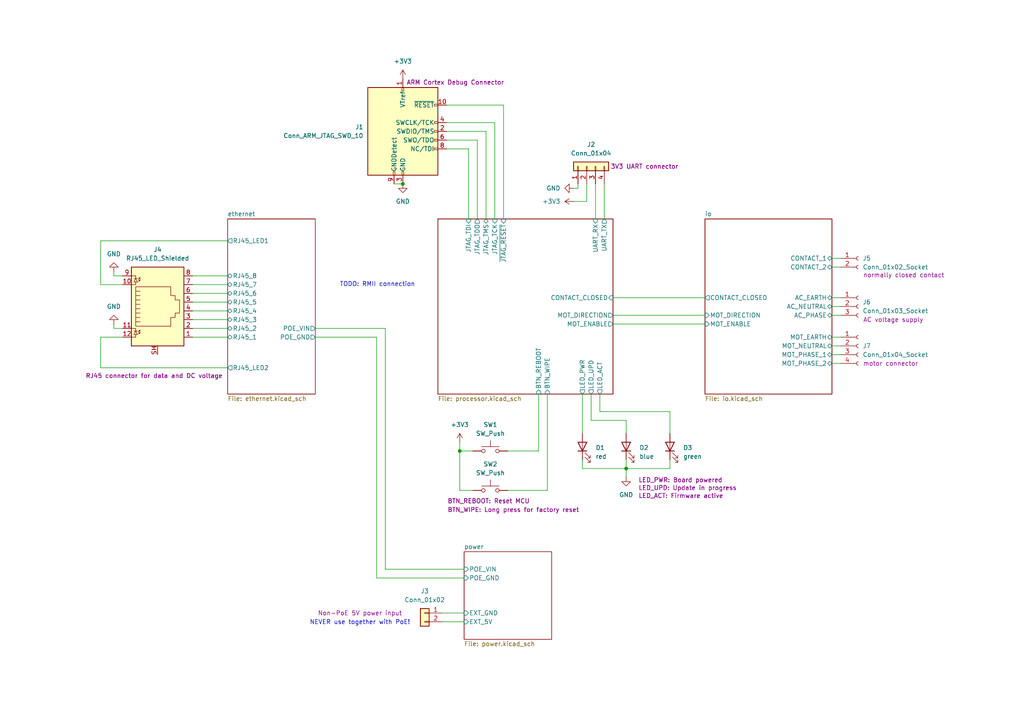
<source format=kicad_sch>
(kicad_sch (version 20231120) (generator "eeschema") (generator_version "8.0")
  (paper "A4")
  (title_block (title "iot-contact"))
  (lib_symbols
    (symbol "Connector:Conn_01x02_Socket" (pin_names (offset 1.016) hide)
      (property "Reference" "J" (at 0 2.54 0))
      (property "Value" "Conn_01x02_Socket" (at 0 -5.08 0))
      (symbol "Conn_01x02_Socket_1_1"
        (arc (start 0 -2.032) (mid -0.5058 -2.54) (end 0 -3.048) (stroke (width 0.1524)))
        (polyline (pts (xy -1.27 -2.54) (xy -0.508 -2.54)) (stroke (width 0.1524)))
        (polyline (pts (xy -1.27 0) (xy -0.508 0)) (stroke (width 0.1524)))
        (arc (start 0 0.508) (mid -0.5058 0) (end 0 -0.508) (stroke (width 0.1524)))
        (pin passive line (at -5.08 0 0) (length 3.81) (name "Pin_1") (number "1"))
        (pin passive line (at -5.08 -2.54 0) (length 3.81) (name "Pin_2") (number "2"))
      )
    )
    (symbol "Connector:Conn_01x03_Socket" (pin_names (offset 1.016) hide)
      (property "Reference" "J" (at 0 5.08 0))
      (property "Value" "Conn_01x03_Socket" (at 0 -5.08 0))
      (symbol "Conn_01x03_Socket_1_1"
        (arc (start 0 -2.032) (mid -0.5058 -2.54) (end 0 -3.048) (stroke (width 0.1524)))
        (polyline (pts (xy -1.27 -2.54) (xy -0.508 -2.54)) (stroke (width 0.1524)))
        (polyline (pts (xy -1.27 0) (xy -0.508 0)) (stroke (width 0.1524)))
        (polyline (pts (xy -1.27 2.54) (xy -0.508 2.54)) (stroke (width 0.1524)))
        (arc (start 0 0.508) (mid -0.5058 0) (end 0 -0.508) (stroke (width 0.1524)))
        (arc (start 0 3.048) (mid -0.5058 2.54) (end 0 2.032) (stroke (width 0.1524)))
        (pin passive line (at -5.08 2.54 0) (length 3.81) (name "Pin_1") (number "1"))
        (pin passive line (at -5.08 0 0) (length 3.81) (name "Pin_2") (number "2"))
        (pin passive line (at -5.08 -2.54 0) (length 3.81) (name "Pin_3") (number "3"))
      )
    )
    (symbol "Connector:Conn_01x04_Socket" (pin_names (offset 1.016) hide)
      (property "Reference" "J" (at 0 5.08 0))
      (property "Value" "Conn_01x04_Socket" (at 0 -7.62 0))
      (symbol "Conn_01x04_Socket_1_1"
        (arc (start 0 -4.572) (mid -0.5058 -5.08) (end 0 -5.588) (stroke (width 0.1524)))
        (arc (start 0 -2.032) (mid -0.5058 -2.54) (end 0 -3.048) (stroke (width 0.1524)))
        (polyline (pts (xy -1.27 -5.08) (xy -0.508 -5.08)) (stroke (width 0.1524)))
        (polyline (pts (xy -1.27 -2.54) (xy -0.508 -2.54)) (stroke (width 0.1524)))
        (polyline (pts (xy -1.27 0) (xy -0.508 0)) (stroke (width 0.1524)))
        (polyline (pts (xy -1.27 2.54) (xy -0.508 2.54)) (stroke (width 0.1524)))
        (arc (start 0 0.508) (mid -0.5058 0) (end 0 -0.508) (stroke (width 0.1524)))
        (arc (start 0 3.048) (mid -0.5058 2.54) (end 0 2.032) (stroke (width 0.1524)))
        (pin passive line (at -5.08 2.54 0) (length 3.81) (name "Pin_1") (number "1"))
        (pin passive line (at -5.08 0 0) (length 3.81) (name "Pin_2") (number "2"))
        (pin passive line (at -5.08 -2.54 0) (length 3.81) (name "Pin_3") (number "3"))
        (pin passive line (at -5.08 -5.08 0) (length 3.81) (name "Pin_4") (number "4"))
      )
    )
    (symbol "Connector:Conn_ARM_JTAG_SWD_10" (pin_names (offset 1.016))
      (property "Reference" "J" (at -2.54 16.51 0))
      (property "Value" "Conn_ARM_JTAG_SWD_10" (at -2.54 13.97 0))
      (symbol "Conn_ARM_JTAG_SWD_10_0_1"
        (rectangle (start -10.16 12.7) (end 10.16 -12.7) (stroke (width 0.254)) (fill (type background)))
        (rectangle (start -2.794 -12.7) (end -2.286 -11.684))
        (rectangle (start -0.254 -12.7) (end 0.254 -11.684))
        (rectangle (start -0.254 12.7) (end 0.254 11.684))
        (rectangle (start 9.144 2.286) (end 10.16 2.794))
        (rectangle (start 10.16 -2.794) (end 9.144 -2.286))
        (rectangle (start 10.16 -0.254) (end 9.144 0.254))
        (rectangle (start 10.16 7.874) (end 9.144 7.366))
      )
      (symbol "Conn_ARM_JTAG_SWD_10_1_1"
        (rectangle (start 9.144 -5.334) (end 10.16 -4.826))
        (pin power_in line (at 0 15.24 270) (length 2.54) (name "VTref") (number "1"))
        (pin open_collector line (at 12.7 7.62 180) (length 2.54) (name "~{RESET}") (number "10"))
        (pin bidirectional line (at 12.7 0 180) (length 2.54) (name "SWDIO/TMS") (number "2"))
        (pin power_in line (at 0 -15.24 90) (length 2.54) (name "GND") (number "3"))
        (pin output line (at 12.7 2.54 180) (length 2.54) (name "SWCLK/TCK") (number "4"))
        (pin passive line (at 0 -15.24 90) (length 2.54) hide (name "GND") (number "5"))
        (pin input line (at 12.7 -2.54 180) (length 2.54) (name "SWO/TDO") (number "6"))
        (pin no_connect line (at -10.16 0 0) (length 2.54) hide (name "KEY") (number "7"))
        (pin output line (at 12.7 -5.08 180) (length 2.54) (name "NC/TDI") (number "8"))
        (pin passive line (at -2.54 -15.24 90) (length 2.54) (name "GNDDetect") (number "9"))
      )
    )
    (symbol "Connector:RJ45_LED_Shielded" (pin_names (offset 1.016))
      (property "Reference" "J" (at -5.08 13.97 0))
      (property "Value" "RJ45_LED_Shielded" (at 1.27 13.97 0))
      (symbol "RJ45_LED_Shielded_0_1"
        (polyline (pts (xy -7.62 -7.62) (xy -6.35 -7.62)))
        (polyline (pts (xy -7.62 -5.08) (xy -6.35 -5.08)))
        (polyline (pts (xy -7.62 7.62) (xy -6.35 7.62)))
        (polyline (pts (xy -7.62 10.16) (xy -6.35 10.16)))
        (polyline (pts (xy -6.858 -5.842) (xy -5.842 -5.842)))
        (polyline (pts (xy -6.858 9.398) (xy -5.842 9.398)))
        (polyline (pts (xy -6.35 -7.62) (xy -6.35 -6.858)))
        (polyline (pts (xy -6.35 -5.08) (xy -6.35 -5.842)))
        (polyline (pts (xy -6.35 7.62) (xy -6.35 8.382)))
        (polyline (pts (xy -6.35 10.16) (xy -6.35 9.398)))
        (polyline (pts (xy -5.08 -6.223) (xy -5.207 -6.604)))
        (polyline (pts (xy -5.08 -5.588) (xy -5.207 -5.969)))
        (polyline (pts (xy -5.08 4.445) (xy -6.35 4.445)))
        (polyline (pts (xy -5.08 5.715) (xy -6.35 5.715)))
        (polyline (pts (xy -5.08 9.017) (xy -5.207 8.636)))
        (polyline (pts (xy -5.08 9.652) (xy -5.207 9.271)))
        (polyline (pts (xy -6.35 -3.175) (xy -5.08 -3.175) (xy -5.08 -3.175)))
        (polyline (pts (xy -6.35 -1.905) (xy -5.08 -1.905) (xy -5.08 -1.905)))
        (polyline (pts (xy -6.35 -0.635) (xy -5.08 -0.635) (xy -5.08 -0.635)))
        (polyline (pts (xy -6.35 0.635) (xy -5.08 0.635) (xy -5.08 0.635)))
        (polyline (pts (xy -6.35 1.905) (xy -5.08 1.905) (xy -5.08 1.905)))
        (polyline (pts (xy -5.588 -6.731) (xy -5.08 -6.223) (xy -5.461 -6.35)))
        (polyline (pts (xy -5.588 -6.096) (xy -5.08 -5.588) (xy -5.461 -5.715)))
        (polyline (pts (xy -5.588 8.509) (xy -5.08 9.017) (xy -5.461 8.89)))
        (polyline (pts (xy -5.588 9.144) (xy -5.08 9.652) (xy -5.461 9.525)))
        (polyline (pts (xy -5.08 3.175) (xy -6.35 3.175) (xy -6.35 3.175)))
        (polyline (pts (xy -6.35 -5.842) (xy -6.858 -6.858) (xy -5.842 -6.858) (xy -6.35 -5.842)))
        (polyline (pts (xy -6.35 9.398) (xy -6.858 8.382) (xy -5.842 8.382) (xy -6.35 9.398)))
        (polyline (pts (xy -6.35 -4.445) (xy -6.35 6.985) (xy 3.81 6.985) (xy 3.81 4.445) (xy 5.08 4.445) (xy 5.08 3.175) (xy 6.35 3.175) (xy 6.35 -0.635) (xy 5.08 -0.635) (xy 5.08 -1.905) (xy 3.81 -1.905) (xy 3.81 -4.445) (xy -6.35 -4.445) (xy -6.35 -4.445)))
        (rectangle (start 7.62 12.7) (end -7.62 -10.16) (stroke (width 0.254)) (fill (type background)))
      )
      (symbol "RJ45_LED_Shielded_1_1"
        (pin passive line (at 10.16 -7.62 180) (length 2.54) (name "~") (number "1"))
        (pin passive line (at -10.16 7.62 0) (length 2.54) (name "~") (number "10"))
        (pin passive line (at -10.16 -5.08 0) (length 2.54) (name "~") (number "11"))
        (pin passive line (at -10.16 -7.62 0) (length 2.54) (name "~") (number "12"))
        (pin passive line (at 10.16 -5.08 180) (length 2.54) (name "~") (number "2"))
        (pin passive line (at 10.16 -2.54 180) (length 2.54) (name "~") (number "3"))
        (pin passive line (at 10.16 0 180) (length 2.54) (name "~") (number "4"))
        (pin passive line (at 10.16 2.54 180) (length 2.54) (name "~") (number "5"))
        (pin passive line (at 10.16 5.08 180) (length 2.54) (name "~") (number "6"))
        (pin passive line (at 10.16 7.62 180) (length 2.54) (name "~") (number "7"))
        (pin passive line (at 10.16 10.16 180) (length 2.54) (name "~") (number "8"))
        (pin passive line (at -10.16 10.16 0) (length 2.54) (name "~") (number "9"))
        (pin passive line (at 0 -12.7 90) (length 2.54) (name "~") (number "SH"))
      )
    )
    (symbol "Connector_Generic:Conn_01x02" (pin_names (offset 1.016) hide)
      (property "Reference" "J" (at 0 2.54 0))
      (property "Value" "Conn_01x02" (at 0 -5.08 0))
      (symbol "Conn_01x02_1_1"
        (rectangle (start -1.27 -2.413) (end 0 -2.667) (stroke (width 0.1524)))
        (rectangle (start -1.27 0.127) (end 0 -0.127) (stroke (width 0.1524)))
        (rectangle (start -1.27 1.27) (end 1.27 -3.81) (stroke (width 0.254)) (fill (type background)))
        (pin passive line (at -5.08 0 0) (length 3.81) (name "Pin_1") (number "1"))
        (pin passive line (at -5.08 -2.54 0) (length 3.81) (name "Pin_2") (number "2"))
      )
    )
    (symbol "Connector_Generic:Conn_01x04" (pin_names (offset 1.016) hide)
      (property "Reference" "J" (at 0 5.08 0))
      (property "Value" "Conn_01x04" (at 0 -7.62 0))
      (symbol "Conn_01x04_1_1"
        (rectangle (start -1.27 -4.953) (end 0 -5.207) (stroke (width 0.1524)))
        (rectangle (start -1.27 -2.413) (end 0 -2.667) (stroke (width 0.1524)))
        (rectangle (start -1.27 0.127) (end 0 -0.127) (stroke (width 0.1524)))
        (rectangle (start -1.27 2.667) (end 0 2.413) (stroke (width 0.1524)))
        (rectangle (start -1.27 3.81) (end 1.27 -6.35) (stroke (width 0.254)) (fill (type background)))
        (pin passive line (at -5.08 2.54 0) (length 3.81) (name "Pin_1") (number "1"))
        (pin passive line (at -5.08 0 0) (length 3.81) (name "Pin_2") (number "2"))
        (pin passive line (at -5.08 -2.54 0) (length 3.81) (name "Pin_3") (number "3"))
        (pin passive line (at -5.08 -5.08 0) (length 3.81) (name "Pin_4") (number "4"))
      )
    )
    (symbol "Device:LED" (pin_numbers hide) (pin_names (offset 1.016) hide)
      (property "Reference" "D" (at 0 2.54 0))
      (property "Value" "LED" (at 0 -2.54 0))
      (symbol "LED_0_1"
        (polyline (pts (xy -1.27 -1.27) (xy -1.27 1.27)) (stroke (width 0.254)))
        (polyline (pts (xy -1.27 0) (xy 1.27 0)))
        (polyline (pts (xy 1.27 -1.27) (xy 1.27 1.27) (xy -1.27 0) (xy 1.27 -1.27)) (stroke (width 0.254)))
        (polyline (pts (xy -3.048 -0.762) (xy -4.572 -2.286) (xy -3.81 -2.286) (xy -4.572 -2.286) (xy -4.572 -1.524)))
        (polyline (pts (xy -1.778 -0.762) (xy -3.302 -2.286) (xy -2.54 -2.286) (xy -3.302 -2.286) (xy -3.302 -1.524)))
      )
      (symbol "LED_1_1"
        (pin passive line (at -3.81 0 0) (length 2.54) (name "K") (number "1"))
        (pin passive line (at 3.81 0 180) (length 2.54) (name "A") (number "2"))
      )
    )
    (symbol "Switch:SW_Push" (pin_numbers hide) (pin_names (offset 1.016) hide)
      (property "Reference" "SW" (at 1.27 2.54 0))
      (property "Value" "SW_Push" (at 0 -1.524 0))
      (symbol "SW_Push_0_1"
        (circle (center -2.032 0) (radius 0.508))
        (polyline (pts (xy 0 1.27) (xy 0 3.048)))
        (polyline (pts (xy 2.54 1.27) (xy -2.54 1.27)))
        (circle (center 2.032 0) (radius 0.508))
        (pin passive line (at -5.08 0 0) (length 2.54) (name "1") (number "1"))
        (pin passive line (at 5.08 0 180) (length 2.54) (name "2") (number "2"))
      )
    )
    (symbol "power:+3V3" (power) (pin_numbers hide) (pin_names (offset 0) hide)
      (property "Value" "+3V3" (at 0 3.556 0))
      (symbol "+3V3_0_1"
        (polyline (pts (xy -0.762 1.27) (xy 0 2.54)))
        (polyline (pts (xy 0 0) (xy 0 2.54)))
        (polyline (pts (xy 0 2.54) (xy 0.762 1.27)))
      )
      (symbol "+3V3_1_1"
        (pin power_in line (at 0 0 90) (length 0) (name "~") (number "1"))
      )
    )
    (symbol "power:GND" (power) (pin_numbers hide) (pin_names (offset 0) hide)
      (property "Value" "GND" (at 0 -3.81 0))
      (symbol "GND_0_1"
        (polyline (pts (xy 0 0) (xy 0 -1.27) (xy 1.27 -1.27) (xy 0 -2.54) (xy -1.27 -1.27) (xy 0 -1.27)))
      )
      (symbol "GND_1_1"
        (pin power_in line (at 0 0 270) (length 0) (name "~") (number "1"))
      )
    )
  )
  (junction (at 181.61 135.89))
  (junction (at 133.35 130.81))
  (junction (at 116.84 53.34))
  (wire (pts (xy 181.61 135.89) (xy 181.61 138.43)))
  (wire (pts (xy 138.43 40.64) (xy 138.43 63.5)))
  (wire (pts (xy 29.21 82.55) (xy 35.56 82.55)))
  (wire (pts (xy 181.61 133.35) (xy 181.61 135.89)))
  (wire (pts (xy 55.88 80.01) (xy 66.04 80.01)))
  (wire (pts (xy 33.02 80.01) (xy 35.56 80.01)))
  (wire (pts (xy 111.76 165.1) (xy 134.62 165.1)))
  (wire (pts (xy 241.3 102.87) (xy 243.84 102.87)))
  (wire (pts (xy 170.18 58.42) (xy 166.37 58.42)))
  (wire (pts (xy 109.22 97.79) (xy 109.22 167.64)))
  (wire (pts (xy 111.76 95.25) (xy 111.76 165.1)))
  (wire (pts (xy 129.54 35.56) (xy 143.51 35.56)))
  (wire (pts (xy 181.61 121.92) (xy 181.61 125.73)))
  (wire (pts (xy 177.8 86.36) (xy 204.47 86.36)))
  (wire (pts (xy 129.54 30.48) (xy 146.05 30.48)))
  (wire (pts (xy 146.05 30.48) (xy 146.05 63.5)))
  (wire (pts (xy 156.21 114.3) (xy 156.21 130.81)))
  (wire (pts (xy 133.35 130.81) (xy 133.35 142.24)))
  (wire (pts (xy 241.3 97.79) (xy 243.84 97.79)))
  (wire (pts (xy 158.75 114.3) (xy 158.75 142.24)))
  (wire (pts (xy 55.88 85.09) (xy 66.04 85.09)))
  (wire (pts (xy 168.91 135.89) (xy 181.61 135.89)))
  (wire (pts (xy 33.02 93.98) (xy 33.02 95.25)))
  (wire (pts (xy 114.3 53.34) (xy 116.84 53.34)))
  (wire (pts (xy 168.91 114.3) (xy 168.91 125.73)))
  (wire (pts (xy 173.99 114.3) (xy 173.99 119.38)))
  (wire (pts (xy 129.54 40.64) (xy 138.43 40.64)))
  (wire (pts (xy 137.16 142.24) (xy 133.35 142.24)))
  (wire (pts (xy 166.37 54.61) (xy 167.64 54.61)))
  (wire (pts (xy 170.18 53.34) (xy 170.18 58.42)))
  (wire (pts (xy 91.44 97.79) (xy 109.22 97.79)))
  (wire (pts (xy 133.35 130.81) (xy 133.35 128.27)))
  (wire (pts (xy 129.54 43.18) (xy 135.89 43.18)))
  (wire (pts (xy 241.3 74.93) (xy 243.84 74.93)))
  (wire (pts (xy 55.88 82.55) (xy 66.04 82.55)))
  (wire (pts (xy 241.3 91.44) (xy 243.84 91.44)))
  (wire (pts (xy 55.88 97.79) (xy 66.04 97.79)))
  (wire (pts (xy 167.64 54.61) (xy 167.64 53.34)))
  (wire (pts (xy 140.97 38.1) (xy 140.97 63.5)))
  (wire (pts (xy 33.02 78.74) (xy 33.02 80.01)))
  (wire (pts (xy 173.99 119.38) (xy 194.31 119.38)))
  (wire (pts (xy 194.31 119.38) (xy 194.31 125.73)))
  (wire (pts (xy 194.31 133.35) (xy 194.31 135.89)))
  (wire (pts (xy 177.8 91.44) (xy 204.47 91.44)))
  (wire (pts (xy 194.31 135.89) (xy 181.61 135.89)))
  (wire (pts (xy 29.21 97.79) (xy 35.56 97.79)))
  (wire (pts (xy 168.91 133.35) (xy 168.91 135.89)))
  (wire (pts (xy 158.75 142.24) (xy 147.32 142.24)))
  (wire (pts (xy 143.51 35.56) (xy 143.51 63.5)))
  (wire (pts (xy 172.72 53.34) (xy 172.72 63.5)))
  (wire (pts (xy 171.45 114.3) (xy 171.45 121.92)))
  (wire (pts (xy 55.88 87.63) (xy 66.04 87.63)))
  (wire (pts (xy 129.54 38.1) (xy 140.97 38.1)))
  (wire (pts (xy 241.3 88.9) (xy 243.84 88.9)))
  (wire (pts (xy 241.3 100.33) (xy 243.84 100.33)))
  (wire (pts (xy 135.89 43.18) (xy 135.89 63.5)))
  (wire (pts (xy 171.45 121.92) (xy 181.61 121.92)))
  (wire (pts (xy 55.88 95.25) (xy 66.04 95.25)))
  (wire (pts (xy 128.27 177.8) (xy 134.62 177.8)))
  (wire (pts (xy 137.16 130.81) (xy 133.35 130.81)))
  (wire (pts (xy 128.27 180.34) (xy 134.62 180.34)))
  (wire (pts (xy 177.8 93.98) (xy 204.47 93.98)))
  (wire (pts (xy 175.26 53.34) (xy 175.26 63.5)))
  (wire (pts (xy 241.3 77.47) (xy 243.84 77.47)))
  (wire (pts (xy 29.21 69.85) (xy 29.21 82.55)))
  (wire (pts (xy 156.21 130.81) (xy 147.32 130.81)))
  (wire (pts (xy 91.44 95.25) (xy 111.76 95.25)))
  (wire (pts (xy 241.3 105.41) (xy 243.84 105.41)))
  (wire (pts (xy 55.88 90.17) (xy 66.04 90.17)))
  (wire (pts (xy 109.22 167.64) (xy 134.62 167.64)))
  (wire (pts (xy 241.3 86.36) (xy 243.84 86.36)))
  (wire (pts (xy 33.02 95.25) (xy 35.56 95.25)))
  (wire (pts (xy 55.88 92.71) (xy 66.04 92.71)))
  (wire (pts (xy 29.21 106.68) (xy 29.21 97.79)))
  (wire (pts (xy 66.04 69.85) (xy 29.21 69.85)))
  (wire (pts (xy 66.04 106.68) (xy 29.21 106.68)))
  (text "NEVER use together with PoE!" (at 104.394 180.594 0) (effects (font (size 1.27 1.27))))
  (text "TODO: RMII connection" (at 109.474 82.55 0) (effects (font (size 1.27 1.27))))
  (symbol (lib_id "power:GND") (at 33.02 93.98 180) (unit 1)
    (property "Reference" "#PWR08" (effects (hide yes)))
    (property "Value" "GND" (at 33.02 88.9 0))
    (property "Description" "Power symbol creates a global label with name \"GND\" , ground" (effects (hide yes)))
  )
  (symbol (lib_id "Switch:SW_Push") (at 142.24 130.81 0) (mirror y) (unit 1)
    (property "Reference" "SW1" (at 142.24 123.19 0))
    (property "Value" "SW_Push" (at 142.24 125.73 0))
    (property "Footprint" "Button_Switch_SMD:SW_SPST_TL3305B" (effects (hide yes)))
    (property "Datasheet" "https://www.e-switch.com/wp-content/uploads/2024/08/TL3305.pdf" (effects (hide yes)))
    (property "Description" "BTN_REBOOT: Reset MCU" (at 129.794 145.288 0) (effects (justify right)))
    (property "MPN" "TL3305BF260QG" (effects (hide yes)))
    (property "Manufacturer" "E-Switch" (effects (hide yes)))
  )
  (symbol (lib_id "Connector:RJ45_LED_Shielded") (at 45.72 90.17 0) (unit 1)
    (property "Reference" "J4" (at 45.72 72.39 0))
    (property "Value" "RJ45_LED_Shielded" (at 45.72 74.93 0))
    (property "Footprint" "Connector_RJ:RJ45_BEL_SS74301-00x_Vertical" (effects (hide yes)))
    (property "Datasheet" "https://www.cinch.com/media/datasheets/products/ethernet-usb/ds-stw-2.5g-connectors.pdf" (effects (hide yes)))
    (property "Description" "RJ45 connector for data and DC voltage" (at 44.704 108.966 0))
    (property "MPN" "SS-74301-001" (effects (hide yes)))
    (property "Manufacturer" "Stewart Connector" (effects (hide yes)))
  )
  (symbol (lib_id "Switch:SW_Push") (at 142.24 142.24 0) (mirror y) (unit 1)
    (property "Reference" "SW2" (at 142.24 134.62 0))
    (property "Value" "SW_Push" (at 142.24 137.16 0))
    (property "Footprint" "Button_Switch_SMD:SW_SPST_TL3305B" (effects (hide yes)))
    (property "Datasheet" "https://www.e-switch.com/wp-content/uploads/2024/08/TL3305.pdf" (effects (hide yes)))
    (property "Description" "BTN_WIPE: Long press for factory reset" (at 129.794 147.828 0) (effects (justify right)))
    (property "MPN" "TL3305BF260QG" (effects (hide yes)))
    (property "Manufacturer" "E-Switch" (effects (hide yes)))
  )
  (symbol (lib_id "Device:LED") (at 181.61 129.54 90) (unit 1)
    (property "Reference" "D2" (at 185.42 129.8574 90) (effects (justify right)))
    (property "Value" "blue" (at 185.42 132.3974 90) (effects (justify right)))
    (property "Footprint" "LED_SMD:LED_1206_3216Metric" (effects (hide yes)))
    (property "Datasheet" "https://s3-us-west-2.amazonaws.com/catsy.557/Dialight_CBI_data_598-1206_Apr2018.pdf" (effects (hide yes)))
    (property "Description" "LED_UPD: Update in progress" (at 185.166 141.478 90) (effects (justify right)))
    (property "MPN" "598-8291-107F" (effects (hide yes)))
    (property "Manufacturer" "Dialight" (effects (hide yes)))
  )
  (symbol (lib_id "Connector_Generic:Conn_01x04") (at 170.18 48.26 90) (unit 1)
    (property "Reference" "J2" (at 171.45 41.91 90))
    (property "Value" "Conn_01x04" (at 171.45 44.45 90))
    (property "Footprint" "Connector_PinHeader_2.54mm:PinHeader_1x04_P2.54mm_Vertical" (effects (hide yes)))
    (property "Description" "3V3 UART connector" (at 186.944 48.26 90))
  )
  (symbol (lib_id "power:+3V3") (at 133.35 128.27 0) (mirror y) (unit 1)
    (property "Reference" "#PWR04" (effects (hide yes)))
    (property "Value" "+3V3" (at 133.35 123.19 0))
    (property "Description" "Power symbol creates a global label with name \"+3V3\"" (effects (hide yes)))
  )
  (symbol (lib_id "Connector:Conn_ARM_JTAG_SWD_10") (at 116.84 38.1 0) (unit 1)
    (property "Reference" "J1" (at 105.41 36.8299 0) (effects (justify right)))
    (property "Value" "Conn_ARM_JTAG_SWD_10" (at 105.41 39.3699 0) (effects (justify right)))
    (property "Datasheet" "https://mm.digikey.com/Volume0/opasdata/d220001/medias/docus/6209/ftsh-1xx-xx-xxx-dv-xxx-xxx-x-xx-mkt.pdf" (effects (hide yes)))
    (property "Description" "ARM Cortex Debug Connector" (at 132.08 23.876 0))
    (property "MPN" "FTSH-105-01-L-DV-007-K-TR" (effects (hide yes)))
    (property "Manufacturer" "samtec" (effects (hide yes)))
  )
  (symbol (lib_id "Connector_Generic:Conn_01x02") (at 123.19 177.8 0) (mirror y) (unit 1)
    (property "Reference" "J3" (at 123.19 171.45 0))
    (property "Value" "Conn_01x02" (at 123.19 173.99 0))
    (property "Footprint" "Connector_PinHeader_2.54mm:PinHeader_1x02_P2.54mm_Vertical" (effects (hide yes)))
    (property "Description" "Non-PoE 5V power input" (at 104.394 177.8 0))
  )
  (symbol (lib_id "power:+3V3") (at 166.37 58.42 90) (unit 1)
    (property "Reference" "#PWR06" (effects (hide yes)))
    (property "Value" "+3V3" (at 162.56 58.4199 90) (effects (justify left)))
    (property "Description" "Power symbol creates a global label with name \"+3V3\"" (effects (hide yes)))
  )
  (symbol (lib_id "Device:LED") (at 194.31 129.54 90) (unit 1)
    (property "Reference" "D3" (at 198.12 129.8574 90) (effects (justify right)))
    (property "Value" "green" (at 198.12 132.3974 90) (effects (justify right)))
    (property "Footprint" "LED_SMD:LED_1206_3216Metric" (effects (hide yes)))
    (property "Datasheet" "https://s3-us-west-2.amazonaws.com/catsy.557/Dialight_CBI_data_598-1206_Apr2018.pdf" (effects (hide yes)))
    (property "Description" "LED_ACT: Firmware active" (at 185.166 143.764 90) (effects (justify right)))
    (property "MPN" "598-8270-107F" (effects (hide yes)))
    (property "Manufacturer" "Dialight" (effects (hide yes)))
  )
  (symbol (lib_id "power:GND") (at 116.84 53.34 0) (unit 1)
    (property "Reference" "#PWR02" (effects (hide yes)))
    (property "Value" "GND" (at 116.84 58.42 0))
    (property "Description" "Power symbol creates a global label with name \"GND\" , ground" (effects (hide yes)))
  )
  (symbol (lib_id "Connector:Conn_01x02_Socket") (at 248.92 74.93 0) (unit 1)
    (property "Reference" "J5" (at 250.19 74.9299 0) (effects (justify left)))
    (property "Value" "Conn_01x02_Socket" (at 250.19 77.4699 0) (effects (justify left)))
    (property "Footprint" "TerminalBlock_WAGO:TerminalBlock_WAGO_236-402_1x02_P5.00mm_45Degree" (effects (hide yes)))
    (property "Description" "normally closed contact" (at 262.128 79.756 0))
    (property "MPN" "236-402" (effects (hide yes)))
    (property "Manufacturer" "WAGO Corporation" (effects (hide yes)))
  )
  (symbol (lib_id "Connector:Conn_01x03_Socket") (at 248.92 88.9 0) (unit 1)
    (property "Reference" "J6" (at 250.19 87.6299 0) (effects (justify left)))
    (property "Value" "Conn_01x03_Socket" (at 250.19 90.1699 0) (effects (justify left)))
    (property "Footprint" "TerminalBlock_WAGO:TerminalBlock_WAGO_236-403_1x03_P5.00mm_45Degree" (effects (hide yes)))
    (property "Description" "AC voltage supply" (at 259.08 92.71 0))
    (property "MPN" "236-403" (effects (hide yes)))
    (property "Manufacturer" "WAGO Corporation" (effects (hide yes)))
  )
  (symbol (lib_id "power:GND") (at 181.61 138.43 0) (unit 1)
    (property "Reference" "#PWR03" (effects (hide yes)))
    (property "Value" "GND" (at 181.61 143.51 0))
    (property "Description" "Power symbol creates a global label with name \"GND\" , ground" (effects (hide yes)))
  )
  (symbol (lib_id "power:GND") (at 166.37 54.61 270) (unit 1)
    (property "Reference" "#PWR05" (effects (hide yes)))
    (property "Value" "GND" (at 162.56 54.6099 90) (effects (justify right)))
    (property "Description" "Power symbol creates a global label with name \"GND\" , ground" (effects (hide yes)))
  )
  (symbol (lib_id "power:+3V3") (at 116.84 22.86 0) (unit 1)
    (property "Reference" "#PWR01" (effects (hide yes)))
    (property "Value" "+3V3" (at 116.84 17.78 0))
    (property "Description" "Power symbol creates a global label with name \"+3V3\"" (effects (hide yes)))
  )
  (symbol (lib_id "Device:LED") (at 168.91 129.54 90) (unit 1)
    (property "Reference" "D1" (at 172.72 129.8574 90) (effects (justify right)))
    (property "Value" "red" (at 172.72 132.3974 90) (effects (justify right)))
    (property "Footprint" "LED_SMD:LED_1206_3216Metric" (effects (hide yes)))
    (property "Datasheet" "https://s3-us-west-2.amazonaws.com/catsy.557/Dialight_CBI_data_598-1206_Apr2018.pdf" (effects (hide yes)))
    (property "Description" "LED_PWR: Board powered" (at 185.166 139.192 90) (effects (justify right)))
    (property "MPN" "598-8210-107F" (effects (hide yes)))
    (property "Manufacturer" "Dialight" (effects (hide yes)))
  )
  (symbol (lib_id "Connector:Conn_01x04_Socket") (at 248.92 100.33 0) (unit 1)
    (property "Reference" "J7" (at 250.19 100.3299 0) (effects (justify left)))
    (property "Value" "Conn_01x04_Socket" (at 250.19 102.8699 0) (effects (justify left)))
    (property "Footprint" "TerminalBlock_WAGO:TerminalBlock_WAGO_236-404_1x04_P5.00mm_45Degree" (effects (hide yes)))
    (property "Description" "motor connector" (at 258.318 105.41 0))
    (property "MPN" "236-404" (effects (hide yes)))
    (property "Manufacturer" "WAGO Corporation" (effects (hide yes)))
  )
  (symbol (lib_id "power:GND") (at 33.02 78.74 180) (unit 1)
    (property "Reference" "#PWR07" (effects (hide yes)))
    (property "Value" "GND" (at 33.02 73.66 0))
    (property "Description" "Power symbol creates a global label with name \"GND\" , ground" (effects (hide yes)))
  )
  (sheet (at 66.04 63.5) (size 25.4 50.8) (stroke (width 0.1524))
    (property "Sheetname" "ethernet" (at 66.04 62.7884 0) (effects (justify left bottom)))
    (property "Sheetfile" "ethernet.kicad_sch" (at 66.04 114.8846 0) (effects (justify left top)))
    (pin "RJ45_1" bidirectional (at 66.04 97.79 180))
    (pin "RJ45_2" bidirectional (at 66.04 95.25 180))
    (pin "RJ45_3" bidirectional (at 66.04 92.71 180))
    (pin "RJ45_4" bidirectional (at 66.04 90.17 180))
    (pin "RJ45_5" bidirectional (at 66.04 87.63 180))
    (pin "RJ45_6" bidirectional (at 66.04 85.09 180))
    (pin "RJ45_7" bidirectional (at 66.04 82.55 180))
    (pin "RJ45_8" bidirectional (at 66.04 80.01 180))
    (pin "RJ45_LED1" output (at 66.04 69.85 180))
    (pin "RJ45_LED2" output (at 66.04 106.68 180))
    (pin "POE_GND" output (at 91.44 97.79 0))
    (pin "POE_VIN" output (at 91.44 95.25 0))
  )
  (sheet (at 204.47 63.5) (size 36.83 50.8) (stroke (width 0.1524))
    (property "Sheetname" "io" (at 204.47 62.7884 0) (effects (justify left bottom)))
    (property "Sheetfile" "io.kicad_sch" (at 204.47 114.8846 0) (effects (justify left top)))
    (pin "AC_EARTH" bidirectional (at 241.3 86.36 0))
    (pin "AC_NEUTRAL" bidirectional (at 241.3 88.9 0))
    (pin "AC_PHASE" bidirectional (at 241.3 91.44 0))
    (pin "MOT_EARTH" bidirectional (at 241.3 97.79 0))
    (pin "MOT_NEUTRAL" bidirectional (at 241.3 100.33 0))
    (pin "MOT_PHASE_1" bidirectional (at 241.3 102.87 0))
    (pin "MOT_PHASE_2" bidirectional (at 241.3 105.41 0))
    (pin "CONTACT_1" bidirectional (at 241.3 74.93 0))
    (pin "CONTACT_2" bidirectional (at 241.3 77.47 0))
    (pin "MOT_DIRECTION" input (at 204.47 91.44 180))
    (pin "MOT_ENABLE" input (at 204.47 93.98 180))
    (pin "CONTACT_CLOSED" output (at 204.47 86.36 180))
  )
  (sheet (at 127 63.5) (size 50.8 50.8) (stroke (width 0.1524))
    (property "Sheetname" "processor" (effects (hide yes)))
    (property "Sheetfile" "processor.kicad_sch" (at 127 114.8846 0) (effects (justify left top)))
    (pin "JTAG_TDI" input (at 135.89 63.5 90))
    (pin "JTAG_TDO" output (at 138.43 63.5 90))
    (pin "~{JTAG_RESET}" input (at 146.05 63.5 90))
    (pin "JTAG_TMS" bidirectional (at 140.97 63.5 90))
    (pin "JTAG_TCK" input (at 143.51 63.5 90))
    (pin "UART_RX" input (at 172.72 63.5 90))
    (pin "UART_TX" output (at 175.26 63.5 90))
    (pin "LED_UPD" output (at 171.45 114.3 270))
    (pin "LED_PWR" output (at 168.91 114.3 270))
    (pin "BTN_REBOOT" input (at 156.21 114.3 270))
    (pin "BTN_WIPE" input (at 158.75 114.3 270))
    (pin "LED_ACT" output (at 173.99 114.3 270))
    (pin "MOT_DIRECTION" output (at 177.8 91.44 0))
    (pin "MOT_ENABLE" output (at 177.8 93.98 0))
    (pin "CONTACT_CLOSED" input (at 177.8 86.36 0))
  )
  (sheet (at 134.62 160.02) (size 25.4 25.4) (stroke (width 0.1524))
    (property "Sheetname" "power" (at 134.62 159.3084 0) (effects (justify left bottom)))
    (property "Sheetfile" "power.kicad_sch" (at 134.62 186.0046 0) (effects (justify left top)))
    (pin "EXT_5V" input (at 134.62 180.34 180))
    (pin "EXT_GND" input (at 134.62 177.8 180))
    (pin "POE_VIN" input (at 134.62 165.1 180))
    (pin "POE_GND" input (at 134.62 167.64 180))
  )
)
</source>
